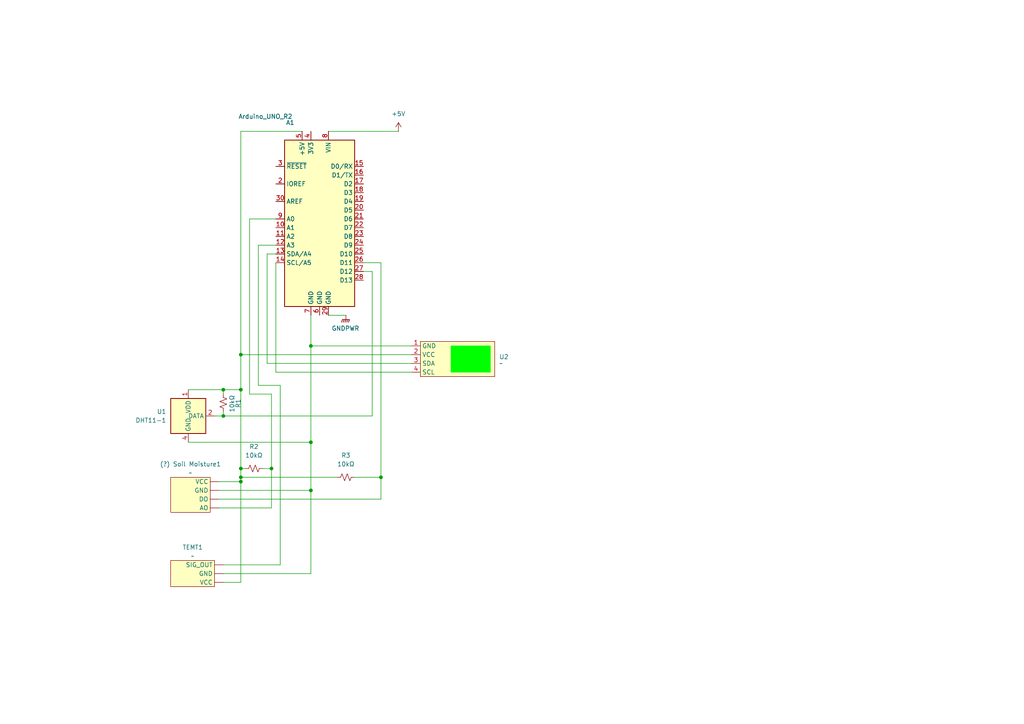
<source format=kicad_sch>
(kicad_sch (version 20231120) (generator "eeschema") (generator_version "8.0")
  (paper "A4")
  (lib_symbols
    (symbol "Device:R_Small_US" (pin_numbers hide) (pin_names (offset 0.254) hide)
      (property "Reference" "R" (at 0.762 0.508 0))
      (property "Value" "R_Small_US" (at 0.762 -1.016 0))
      (symbol "R_Small_US_1_1"
        (polyline (pts (xy 0 0) (xy 1.016 -0.381) (xy 0 -0.762) (xy -1.016 -1.143) (xy 0 -1.524)))
        (polyline (pts (xy 0 1.524) (xy 1.016 1.143) (xy 0 0.762) (xy -1.016 0.381) (xy 0 0)))
        (pin passive line (at 0 2.54 270) (length 1.016) (name "~") (number "1"))
        (pin passive line (at 0 -2.54 90) (length 1.016) (name "~") (number "2"))
      )
    )
    (symbol "MCU_Module:Arduino_UNO_R2"
      (property "Reference" "A" (at -10.16 23.495 0))
      (property "Value" "Arduino_UNO_R2" (at 5.08 -26.67 0))
      (symbol "Arduino_UNO_R2_0_1"
        (rectangle (start -10.16 22.86) (end 10.16 -25.4) (stroke (width 0.254)) (fill (type background)))
      )
      (symbol "Arduino_UNO_R2_1_1"
        (pin no_connect line (at -10.16 -20.32 0) (length 2.54) hide (name "NC") (number "1"))
        (pin bidirectional line (at 12.7 -2.54 180) (length 2.54) (name "A1") (number "10"))
        (pin bidirectional line (at 12.7 -5.08 180) (length 2.54) (name "A2") (number "11"))
        (pin bidirectional line (at 12.7 -7.62 180) (length 2.54) (name "A3") (number "12"))
        (pin bidirectional line (at 12.7 -10.16 180) (length 2.54) (name "SDA/A4") (number "13"))
        (pin bidirectional line (at 12.7 -12.7 180) (length 2.54) (name "SCL/A5") (number "14"))
        (pin bidirectional line (at -12.7 15.24 0) (length 2.54) (name "D0/RX") (number "15"))
        (pin bidirectional line (at -12.7 12.7 0) (length 2.54) (name "D1/TX") (number "16"))
        (pin bidirectional line (at -12.7 10.16 0) (length 2.54) (name "D2") (number "17"))
        (pin bidirectional line (at -12.7 7.62 0) (length 2.54) (name "D3") (number "18"))
        (pin bidirectional line (at -12.7 5.08 0) (length 2.54) (name "D4") (number "19"))
        (pin output line (at 12.7 10.16 180) (length 2.54) (name "IOREF") (number "2"))
        (pin bidirectional line (at -12.7 2.54 0) (length 2.54) (name "D5") (number "20"))
        (pin bidirectional line (at -12.7 0 0) (length 2.54) (name "D6") (number "21"))
        (pin bidirectional line (at -12.7 -2.54 0) (length 2.54) (name "D7") (number "22"))
        (pin bidirectional line (at -12.7 -5.08 0) (length 2.54) (name "D8") (number "23"))
        (pin bidirectional line (at -12.7 -7.62 0) (length 2.54) (name "D9") (number "24"))
        (pin bidirectional line (at -12.7 -10.16 0) (length 2.54) (name "D10") (number "25"))
        (pin bidirectional line (at -12.7 -12.7 0) (length 2.54) (name "D11") (number "26"))
        (pin bidirectional line (at -12.7 -15.24 0) (length 2.54) (name "D12") (number "27"))
        (pin bidirectional line (at -12.7 -17.78 0) (length 2.54) (name "D13") (number "28"))
        (pin power_in line (at -2.54 -27.94 90) (length 2.54) (name "GND") (number "29"))
        (pin input line (at 12.7 15.24 180) (length 2.54) (name "~{RESET}") (number "3"))
        (pin input line (at 12.7 5.08 180) (length 2.54) (name "AREF") (number "30"))
        (pin power_out line (at 2.54 25.4 270) (length 2.54) (name "3V3") (number "4"))
        (pin power_out line (at 5.08 25.4 270) (length 2.54) (name "+5V") (number "5"))
        (pin power_in line (at 0 -27.94 90) (length 2.54) (name "GND") (number "6"))
        (pin power_in line (at 2.54 -27.94 90) (length 2.54) (name "GND") (number "7"))
        (pin power_in line (at -2.54 25.4 270) (length 2.54) (name "VIN") (number "8"))
        (pin bidirectional line (at 12.7 0 180) (length 2.54) (name "A0") (number "9"))
      )
    )
    (symbol "Sensor:DHT11"
      (property "Reference" "U" (at -3.81 6.35 0))
      (property "Value" "DHT11" (at 3.81 6.35 0))
      (symbol "DHT11_0_1"
        (rectangle (start -5.08 5.08) (end 5.08 -5.08) (stroke (width 0.254)) (fill (type background)))
      )
      (symbol "DHT11_1_1"
        (pin power_in line (at 0 7.62 270) (length 2.54) (name "VDD") (number "1"))
        (pin bidirectional line (at 7.62 0 180) (length 2.54) (name "DATA") (number "2"))
        (pin no_connect line (at -5.08 0 0) (length 2.54) hide (name "NC") (number "3"))
        (pin power_in line (at 0 -7.62 90) (length 2.54) (name "GND") (number "4"))
      )
    )
    (symbol "power:+5V" (power) (pin_numbers hide) (pin_names (offset 0) hide)
      (property "Value" "+5V" (at 0 3.556 0))
      (symbol "+5V_0_1"
        (polyline (pts (xy -0.762 1.27) (xy 0 2.54)))
        (polyline (pts (xy 0 0) (xy 0 2.54)))
        (polyline (pts (xy 0 2.54) (xy 0.762 1.27)))
      )
      (symbol "+5V_1_1"
        (pin power_in line (at 0 0 90) (length 0) (name "~") (number "1"))
      )
    )
    (symbol "power:GNDPWR" (power) (pin_numbers hide) (pin_names (offset 0) hide)
      (property "Value" "GNDPWR" (at 0 -3.302 0))
      (symbol "GNDPWR_0_1"
        (polyline (pts (xy 0 -1.27) (xy 0 0)))
        (polyline (pts (xy -1.016 -1.27) (xy -1.27 -2.032) (xy -1.27 -2.032)) (stroke (width 0.2032)))
        (polyline (pts (xy -0.508 -1.27) (xy -0.762 -2.032) (xy -0.762 -2.032)) (stroke (width 0.2032)))
        (polyline (pts (xy 0 -1.27) (xy -0.254 -2.032) (xy -0.254 -2.032)) (stroke (width 0.2032)))
        (polyline (pts (xy 0.508 -1.27) (xy 0.254 -2.032) (xy 0.254 -2.032)) (stroke (width 0.2032)))
        (polyline (pts (xy 1.016 -1.27) (xy -1.016 -1.27) (xy -1.016 -1.27)) (stroke (width 0.2032)))
        (polyline (pts (xy 1.016 -1.27) (xy 0.762 -2.032) (xy 0.762 -2.032) (xy 0.762 -2.032)) (stroke (width 0.2032)))
      )
      (symbol "GNDPWR_1_1"
        (pin power_in line (at 0 0 270) (length 0) (name "~") (number "1"))
      )
    )
    (symbol "sensorLibrary:LCD1602_I2C"
      (property "Reference" "U" (at 0 0 0))
      (symbol "LCD1602_I2C_1_1"
        (rectangle (start -7.62 -1.27) (end 13.97 -11.43) (fill (type background)))
        (rectangle (start 1.27 -2.54) (end 12.7 -10.16) (stroke (width 0) (color 0 255 0 1)) (fill (type outline)))
        (pin power_out line (at -10.16 -2.54 0) (length 2.54) (name "GND") (number "1"))
        (pin power_in line (at -10.16 -5.08 0) (length 2.54) (name "VCC") (number "2"))
        (pin input line (at -10.16 -7.62 0) (length 2.54) (name "SDA") (number "3"))
        (pin input line (at -10.16 -10.16 0) (length 2.54) (name "SCL") (number "4"))
      )
    )
    (symbol "sensorLibrary:Soil_Moisture_Sensor"
      (property "Reference" "(?) Soil Moisture" (at 0.254 4.826 0))
      (symbol "Soil_Moisture_Sensor_0_1"
        (rectangle (start -7.62 3.81) (end 3.81 -6.35) (fill (type background)))
      )
      (symbol "Soil_Moisture_Sensor_1_1"
        (pin output line (at 6.35 -5.08 180) (length 2.54) (name "AO") (number ""))
        (pin output line (at 6.35 -2.54 180) (length 2.54) (name "DO") (number ""))
        (pin power_out line (at 6.35 0 180) (length 2.54) (name "GND") (number ""))
        (pin power_in line (at 6.35 2.54 180) (length 2.54) (name "VCC") (number ""))
      )
    )
    (symbol "sensorLibrary:TEMT6000"
      (property "Reference" "TEMT6000" (at 0 0 0))
      (symbol "TEMT6000_0_1"
        (rectangle (start -8.89 -1.27) (end 3.81 -8.89) (fill (type background)))
      )
      (symbol "TEMT6000_1_1"
        (pin power_out line (at 6.35 -5.08 180) (length 2.54) (name "GND") (number ""))
        (pin output line (at 6.35 -2.54 180) (length 2.54) (name "SIG_OUT") (number ""))
        (pin power_in line (at 6.35 -7.62 180) (length 2.54) (name "VCC") (number ""))
      )
    )
  )
  (junction (at 90.17 142.24))
  (junction (at 90.17 100.33))
  (junction (at 64.77 120.65))
  (junction (at 78.74 135.89))
  (junction (at 69.85 139.7))
  (junction (at 64.77 113.03))
  (junction (at 110.49 138.43))
  (junction (at 69.85 113.03))
  (junction (at 69.85 135.89))
  (junction (at 90.17 128.27))
  (junction (at 69.85 138.43))
  (junction (at 69.85 102.87))
  (wire (pts (xy 95.25 38.1) (xy 115.57 38.1)))
  (wire (pts (xy 63.5 139.7) (xy 69.85 139.7)))
  (wire (pts (xy 90.17 91.44) (xy 90.17 100.33)))
  (wire (pts (xy 69.85 113.03) (xy 69.85 135.89)))
  (wire (pts (xy 63.5 142.24) (xy 90.17 142.24)))
  (wire (pts (xy 81.28 163.83) (xy 81.28 111.76)))
  (wire (pts (xy 81.28 111.76) (xy 74.93 111.76)))
  (wire (pts (xy 69.85 102.87) (xy 69.85 113.03)))
  (wire (pts (xy 78.74 114.3) (xy 72.39 114.3)))
  (wire (pts (xy 77.47 105.41) (xy 77.47 73.66)))
  (wire (pts (xy 69.85 102.87) (xy 119.38 102.87)))
  (wire (pts (xy 90.17 100.33) (xy 119.38 100.33)))
  (wire (pts (xy 78.74 135.89) (xy 78.74 114.3)))
  (wire (pts (xy 119.38 105.41) (xy 77.47 105.41)))
  (wire (pts (xy 69.85 38.1) (xy 69.85 102.87)))
  (wire (pts (xy 76.2 135.89) (xy 78.74 135.89)))
  (wire (pts (xy 110.49 138.43) (xy 110.49 144.78)))
  (wire (pts (xy 110.49 76.2) (xy 110.49 138.43)))
  (wire (pts (xy 80.01 107.95) (xy 119.38 107.95)))
  (wire (pts (xy 69.85 135.89) (xy 69.85 138.43)))
  (wire (pts (xy 87.63 38.1) (xy 69.85 38.1)))
  (wire (pts (xy 64.77 119.38) (xy 64.77 120.65)))
  (wire (pts (xy 90.17 100.33) (xy 90.17 128.27)))
  (wire (pts (xy 107.95 78.74) (xy 105.41 78.74)))
  (wire (pts (xy 69.85 138.43) (xy 97.79 138.43)))
  (wire (pts (xy 64.77 168.91) (xy 69.85 168.91)))
  (wire (pts (xy 77.47 73.66) (xy 80.01 73.66)))
  (wire (pts (xy 69.85 138.43) (xy 69.85 139.7)))
  (wire (pts (xy 74.93 71.12) (xy 80.01 71.12)))
  (wire (pts (xy 90.17 128.27) (xy 90.17 142.24)))
  (wire (pts (xy 107.95 120.65) (xy 107.95 78.74)))
  (wire (pts (xy 64.77 166.37) (xy 90.17 166.37)))
  (wire (pts (xy 54.61 113.03) (xy 64.77 113.03)))
  (wire (pts (xy 69.85 168.91) (xy 69.85 139.7)))
  (wire (pts (xy 64.77 113.03) (xy 64.77 114.3)))
  (wire (pts (xy 72.39 63.5) (xy 80.01 63.5)))
  (wire (pts (xy 62.23 120.65) (xy 64.77 120.65)))
  (wire (pts (xy 72.39 63.5) (xy 72.39 114.3)))
  (wire (pts (xy 95.25 91.44) (xy 100.33 91.44)))
  (wire (pts (xy 63.5 147.32) (xy 78.74 147.32)))
  (wire (pts (xy 102.87 138.43) (xy 110.49 138.43)))
  (wire (pts (xy 110.49 76.2) (xy 105.41 76.2)))
  (wire (pts (xy 74.93 111.76) (xy 74.93 71.12)))
  (wire (pts (xy 69.85 135.89) (xy 71.12 135.89)))
  (wire (pts (xy 64.77 113.03) (xy 69.85 113.03)))
  (wire (pts (xy 64.77 120.65) (xy 107.95 120.65)))
  (wire (pts (xy 63.5 144.78) (xy 110.49 144.78)))
  (wire (pts (xy 78.74 147.32) (xy 78.74 135.89)))
  (wire (pts (xy 64.77 163.83) (xy 81.28 163.83)))
  (wire (pts (xy 54.61 128.27) (xy 90.17 128.27)))
  (wire (pts (xy 80.01 76.2) (xy 80.01 107.95)))
  (wire (pts (xy 90.17 166.37) (xy 90.17 142.24)))
  (symbol (lib_id "Device:R_Small_US") (at 100.33 138.43 90) (unit 1)
    (property "Reference" "R3" (at 100.33 132.08 90))
    (property "Value" "10kΩ" (at 100.33 134.62 90))
    (property "Description" "Resistor, small US symbol" (effects (hide yes)))
  )
  (symbol (lib_id "Device:R_Small_US") (at 64.77 116.84 0) (unit 1)
    (property "Reference" "R1" (at 69.088 118.364 90) (effects (justify left)))
    (property "Value" "10kΩ" (at 67.31 119.634 90) (effects (justify left)))
    (property "Description" "Resistor, small US symbol" (effects (hide yes)))
  )
  (symbol (lib_id "sensorLibrary:LCD1602_I2C") (at 129.54 97.79 0) (unit 1)
    (property "Reference" "U2" (at 144.78 103.5049 0) (effects (justify left)))
    (property "Value" "~" (at 144.78 105.41 0) (effects (justify left)))
  )
  (symbol (lib_id "power:GNDPWR") (at 100.33 91.44 0) (unit 1)
    (property "Reference" "#PWR01" (effects (hide yes)))
    (property "Value" "GNDPWR" (at 100.203 95.25 0))
    (property "Description" "Power symbol creates a global label with name \"GNDPWR\" , global ground" (effects (hide yes)))
  )
  (symbol (lib_id "sensorLibrary:TEMT6000") (at 58.42 161.29 0) (unit 1)
    (property "Reference" "TEMT1" (at 55.88 158.75 0))
    (property "Value" "~" (at 55.88 161.29 0))
  )
  (symbol (lib_id "Device:R_Small_US") (at 73.66 135.89 90) (unit 1)
    (property "Reference" "R2" (at 73.66 129.54 90))
    (property "Value" "10kΩ" (at 73.66 132.08 90))
    (property "Description" "Resistor, small US symbol" (effects (hide yes)))
  )
  (symbol (lib_id "power:+5V") (at 115.57 38.1 0) (unit 1)
    (property "Reference" "#PWR02" (effects (hide yes)))
    (property "Value" "+5V" (at 115.57 33.02 0))
    (property "Description" "Power symbol creates a global label with name \"+5V\"" (effects (hide yes)))
  )
  (symbol (lib_id "Sensor:DHT11") (at 54.61 120.65 0) (unit 1)
    (property "Reference" "U1" (at 48.26 119.3799 0) (effects (justify right)))
    (property "Value" "DHT11-1" (at 48.26 121.9199 0) (effects (justify right)))
    (property "Footprint" "Sensor:Aosong_DHT11_5.5x12.0_P2.54mm" (effects (hide yes)))
    (property "Datasheet" "http://akizukidenshi.com/download/ds/aosong/DHT11.pdf" (effects (hide yes)))
    (property "Description" "3.3V to 5.5V, temperature and humidity module, DHT11" (effects (hide yes)))
  )
  (symbol (lib_id "sensorLibrary:Soil_Moisture_Sensor") (at 57.15 142.24 0) (unit 1)
    (property "Reference" "(?) Soil Moisture1" (at 55.245 134.62 0))
    (property "Value" "~" (at 55.245 137.16 0))
  )
  (symbol (lib_id "MCU_Module:Arduino_UNO_R2") (at 92.71 63.5 0) (mirror y) (unit 1)
    (property "Reference" "A1" (at 85.4359 35.56 0) (effects (justify left)))
    (property "Value" "Arduino_UNO_R2" (at 84.836 33.782 0) (effects (justify left)))
    (property "Footprint" "Module:Arduino_UNO_R2" (effects (hide yes)))
    (property "Datasheet" "https://www.arduino.cc/en/Main/arduinoBoardUno" (effects (hide yes)))
    (property "Description" "Arduino UNO Microcontroller Module, release 2" (effects (hide yes)))
  )
)
</source>
